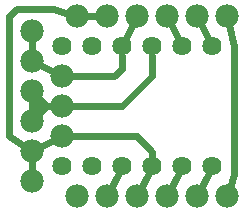
<source format=gtl>
G04 MADE WITH FRITZING*
G04 WWW.FRITZING.ORG*
G04 DOUBLE SIDED*
G04 HOLES PLATED*
G04 CONTOUR ON CENTER OF CONTOUR VECTOR*
%ASAXBY*%
%FSLAX23Y23*%
%MOIN*%
%OFA0B0*%
%SFA1.0B1.0*%
%ADD10C,0.064000*%
%ADD11C,0.078000*%
%ADD12C,0.024000*%
%LNCOPPER1*%
G90*
G70*
G54D10*
X303Y549D03*
X403Y549D03*
X503Y549D03*
X603Y549D03*
X703Y549D03*
X703Y149D03*
X603Y149D03*
X503Y149D03*
X403Y149D03*
X303Y149D03*
X203Y149D03*
X203Y549D03*
G54D11*
X203Y249D03*
X203Y349D03*
X203Y449D03*
X753Y649D03*
X653Y649D03*
X553Y649D03*
X453Y649D03*
X353Y649D03*
X253Y649D03*
X753Y49D03*
X653Y49D03*
X553Y49D03*
X453Y49D03*
X353Y49D03*
X253Y49D03*
X103Y599D03*
X103Y499D03*
X103Y399D03*
X103Y299D03*
X103Y199D03*
X103Y99D03*
G54D12*
X666Y76D02*
X689Y121D01*
D02*
X589Y121D02*
X566Y76D01*
D02*
X489Y121D02*
X466Y76D01*
D02*
X389Y121D02*
X366Y76D01*
D02*
X502Y180D02*
X502Y198D01*
D02*
X502Y198D02*
X453Y249D01*
D02*
X453Y249D02*
X233Y249D01*
D02*
X503Y449D02*
X503Y518D01*
D02*
X402Y349D02*
X503Y449D01*
D02*
X233Y349D02*
X402Y349D01*
D02*
X378Y449D02*
X233Y449D01*
D02*
X403Y474D02*
X378Y449D01*
D02*
X403Y518D02*
X403Y474D01*
D02*
X762Y78D02*
X778Y124D01*
D02*
X778Y549D02*
X760Y620D01*
D02*
X778Y124D02*
X778Y549D01*
D02*
X589Y577D02*
X566Y622D01*
D02*
X689Y577D02*
X666Y622D01*
D02*
X417Y577D02*
X439Y622D01*
D02*
X283Y649D02*
X323Y649D01*
D02*
X176Y462D02*
X130Y485D01*
D02*
X103Y529D02*
X103Y569D01*
D02*
X173Y349D02*
X153Y349D01*
D02*
X153Y349D02*
X124Y378D01*
D02*
X176Y235D02*
X130Y212D01*
D02*
X103Y169D02*
X103Y129D01*
D02*
X153Y349D02*
X124Y378D01*
D02*
X124Y320D02*
X153Y349D01*
D02*
X116Y372D02*
X128Y349D01*
D02*
X128Y349D02*
X116Y326D01*
D02*
X103Y369D02*
X103Y329D01*
D02*
X224Y658D02*
X178Y674D01*
D02*
X53Y674D02*
X28Y649D01*
D02*
X178Y674D02*
X53Y674D01*
D02*
X28Y649D02*
X28Y249D01*
D02*
X28Y249D02*
X78Y216D01*
G04 End of Copper1*
M02*
</source>
